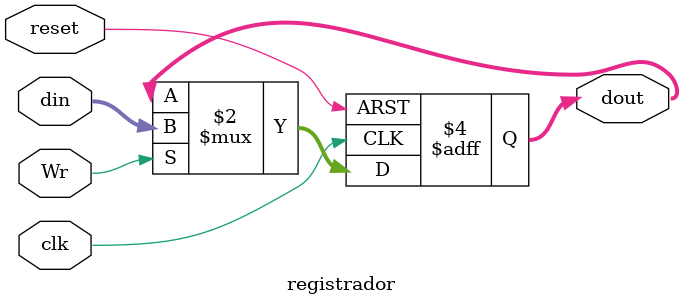
<source format=v>
module registrador (
    input wire clk,   
    input wire reset, 
    input wire Wr,
    input wire [3:0] din,  
    output reg [3:0] dout
);

    always @(posedge clk or posedge reset) begin
        if (reset) begin
            dout <= 4'b0000; 
        end else begin
            if (Wr) begin
                dout <= din; 
            end
        end
    end

endmodule
</source>
